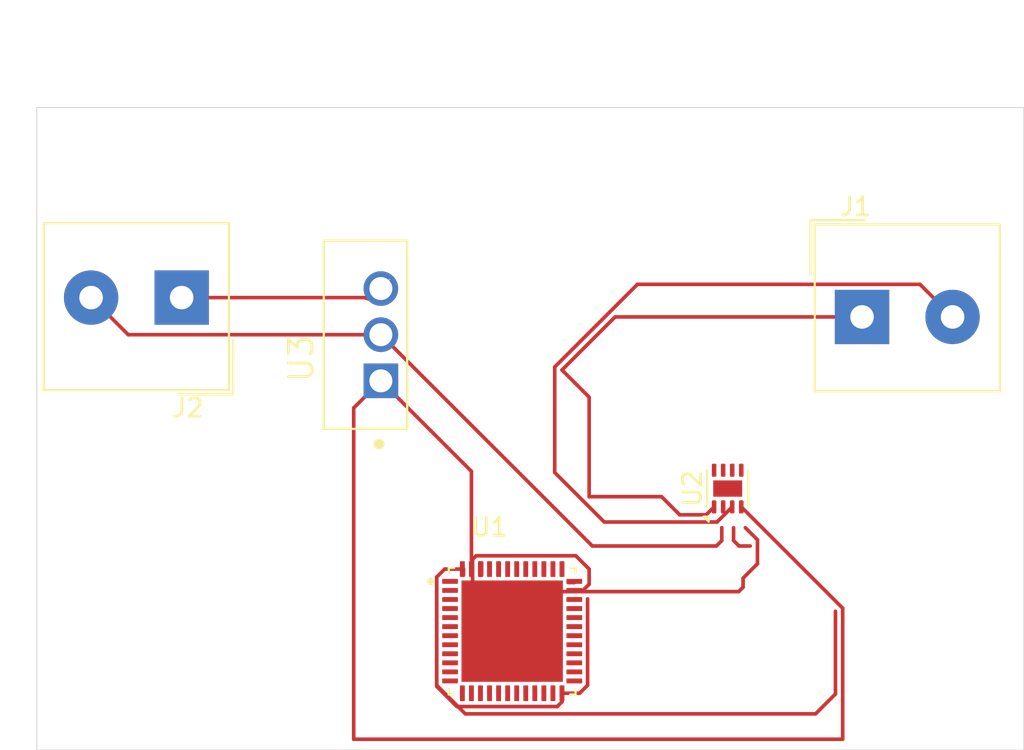
<source format=kicad_pcb>
(kicad_pcb (version 20240108) (generator "pcbnew") (generator_version "8.0")
  (layers (0 "F.Cu" signal) (31 "B.Cu" signal) (34 "B.Paste" user) (35 "F.Paste" user) (36 "B.SilkS" user "B.Silkscreen") (37 "F.SilkS" user "F.Silkscreen") (38 "B.Mask" user) (39 "F.Mask" user) (44 "Edge.Cuts" user))
  (net 0 "")
  (net 1 "GND")
  (net 2 "+5V")
  (net 3 "VOUT")
  (net 9 "Net-(U2-Vout)")
  (net 10 "Net-(U1-VDD-Pad24)")
  (net 38 "unconnected-(U1-PB9-Pad46)")
  (net 48 "Net-(U1-3V3)")
  (footprint "L7805CV-DG:TO255P1040X460X2890-3" (layer "F.Cu") (at 193.15 114.55 90)
    (property "Reference" "U3" (at -1.3184 -3.5499 90) (layer "F.SilkS") (effects (font (size 1.301291 1.301291))))
    (property "Value" "L7805CV-DG")
    (fp_line (start -5.2 -2.3) (end 5.2 -2.3) (stroke (width 0.127)) (layer "F.SilkS"))
    (fp_line (start -5.2 -2.3) (end -5.2 2.3) (stroke (width 0.127)) (layer "F.SilkS"))
    (fp_line (start 5.2 2.3) (end 5.2 -2.3) (stroke (width 0.127)) (layer "F.SilkS"))
    (fp_line (start -5.2 2.3) (end 5.2 2.3) (stroke (width 0.127)) (layer "F.SilkS"))
    (fp_circle (center -6.04 0.75) (end -5.89 0.75) (stroke (width 0.3)) (fill none) (layer "F.SilkS"))
    (pad "1" thru_hole rect (at -2.55 0.85 90) (size 1.91 1.91) (drill 1.27) (layers "*.Cu" "*.Mask") (net 48 "Net-(U1-3V3)"))
    (pad "2" thru_hole circle (at 0 0.85 90) (size 1.91 1.91) (drill 1.27) (layers "*.Cu" "*.Mask") (net 1 "GND"))
    (pad "3" thru_hole circle (at 2.55 0.85 90) (size 1.91 1.91) (drill 1.27) (layers "*.Cu" "*.Mask") (net 3 "VOUT"))
  )
  (footprint "Package_DFN_QFN:DFN-8-1EP_2x2mm_P0.5mm_EP0.9x1.6mm" (layer "F.Cu") (at 213.15 123.05 90)
    (property "Reference" "U2" (at 0 -1.95 90) (layer "F.SilkS"))
    (property "Value" "YAAJ_DCDC_StepDown_LM2596")
    (fp_line (start -1 -1.135) (end 1 -1.135) (stroke (width 0.12)) (layer "F.SilkS"))
    (fp_line (start -1 1.135) (end 1 1.135) (stroke (width 0.12)) (layer "F.SilkS"))
    (fp_poly (pts (xy -1.55 -1.05) (xy -1.83 -1.05) (xy -1.55 -1.33) (xy -1.55 -1.05)) (stroke (width 0.12)) (fill solid) (layer "F.SilkS"))
    (pad "1" smd roundrect (at -1.0125 -0.75 90) (size 0.725 0.25) (layers "F.Cu" "F.Paste" "F.Mask") (net 2 "+5V"))
    (pad "2" smd roundrect (at -1.0125 -0.25 90) (size 0.725 0.25) (layers "F.Cu" "F.Paste" "F.Mask") (net 1 "GND"))
    (pad "3" smd roundrect (at -1.0125 0.25 90) (size 0.725 0.25) (layers "F.Cu" "F.Paste" "F.Mask") (net 1 "GND"))
    (pad "4" smd roundrect (at -1.0125 0.75 90) (size 0.725 0.25) (layers "F.Cu" "F.Paste" "F.Mask") (net 48 "Net-(U1-3V3)"))
    (pad "5" smd roundrect (at 1.0125 0.75 90) (size 0.725 0.25) (layers "F.Cu" "F.Paste" "F.Mask"))
    (pad "6" smd roundrect (at 1.0125 0.25 90) (size 0.725 0.25) (layers "F.Cu" "F.Paste" "F.Mask"))
    (pad "7" smd roundrect (at 1.0125 -0.25 90) (size 0.725 0.25) (layers "F.Cu" "F.Paste" "F.Mask"))
    (pad "8" smd roundrect (at 1.0125 -0.75 90) (size 0.725 0.25) (layers "F.Cu" "F.Paste" "F.Mask"))
    (pad "9" smd rect (at 0 0 90) (size 0.9 1.6) (property pad_prop_heatsink) (layers "F.Cu" "F.Mask"))
  )
  (footprint "STM32F411CEU6:QFN50P700X700X60-49N" (layer "F.Cu") (at 201.25 130.93)
    (property "Reference" "U1" (at -1.245 -5.75 0) (layer "F.SilkS"))
    (property "Value" "STM32F411CEU6")
    (fp_line (start -3.5 -3.5) (end -3.5 -3.205) (stroke (width 0.127)) (layer "F.SilkS"))
    (fp_line (start -3.5 -3.5) (end -3.205 -3.5) (stroke (width 0.127)) (layer "F.SilkS"))
    (fp_line (start -3.5 3.5) (end -3.5 3.205) (stroke (width 0.127)) (layer "F.SilkS"))
    (fp_line (start -3.5 3.5) (end -3.205 3.5) (stroke (width 0.127)) (layer "F.SilkS"))
    (fp_line (start 3.5 -3.5) (end 3.205 -3.5) (stroke (width 0.127)) (layer "F.SilkS"))
    (fp_line (start 3.5 -3.5) (end 3.5 -3.205) (stroke (width 0.127)) (layer "F.SilkS"))
    (fp_line (start 3.5 3.5) (end 3.205 3.5) (stroke (width 0.127)) (layer "F.SilkS"))
    (fp_line (start 3.5 3.5) (end 3.5 3.205) (stroke (width 0.127)) (layer "F.SilkS"))
    (fp_circle (center -4.5 -2.75) (end -4.4 -2.75) (stroke (width 0.2)) (fill none) (layer "F.SilkS"))
    (pad "1" smd roundrect (at -3.43 -2.75) (size 0.87 0.27) (layers "F.Cu" "F.Paste" "F.Mask") (roundrect_rratio 0.125))
    (pad "2" smd roundrect (at -3.43 -2.25) (size 0.87 0.27) (layers "F.Cu" "F.Paste" "F.Mask") (roundrect_rratio 0.125))
    (pad "3" smd roundrect (at -3.43 -1.75) (size 0.87 0.27) (layers "F.Cu" "F.Paste" "F.Mask") (roundrect_rratio 0.125))
    (pad "4" smd roundrect (at -3.43 -1.25) (size 0.87 0.27) (layers "F.Cu" "F.Paste" "F.Mask") (roundrect_rratio 0.125))
    (pad "5" smd roundrect (at -3.43 -0.75) (size 0.87 0.27) (layers "F.Cu" "F.Paste" "F.Mask") (roundrect_rratio 0.125))
    (pad "6" smd roundrect (at -3.43 -0.25) (size 0.87 0.27) (layers "F.Cu" "F.Paste" "F.Mask") (roundrect_rratio 0.125))
    (pad "7" smd roundrect (at -3.43 0.25) (size 0.87 0.27) (layers "F.Cu" "F.Paste" "F.Mask") (roundrect_rratio 0.125))
    (pad "8" smd roundrect (at -3.43 0.75) (size 0.87 0.27) (layers "F.Cu" "F.Paste" "F.Mask") (roundrect_rratio 0.125))
    (pad "9" smd roundrect (at -3.43 1.25) (size 0.87 0.27) (layers "F.Cu" "F.Paste" "F.Mask") (roundrect_rratio 0.125))
    (pad "10" smd roundrect (at -3.43 1.75) (size 0.87 0.27) (layers "F.Cu" "F.Paste" "F.Mask") (roundrect_rratio 0.125))
    (pad "11" smd roundrect (at -3.43 2.25) (size 0.87 0.27) (layers "F.Cu" "F.Paste" "F.Mask") (roundrect_rratio 0.125))
    (pad "12" smd roundrect (at -3.43 2.75) (size 0.87 0.27) (layers "F.Cu" "F.Paste" "F.Mask") (roundrect_rratio 0.125))
    (pad "13" smd roundrect (at -2.75 3.43) (size 0.27 0.87) (layers "F.Cu" "F.Paste" "F.Mask") (roundrect_rratio 0.125))
    (pad "14" smd roundrect (at -2.25 3.43) (size 0.27 0.87) (layers "F.Cu" "F.Paste" "F.Mask") (roundrect_rratio 0.125))
    (pad "15" smd roundrect (at -1.75 3.43) (size 0.27 0.87) (layers "F.Cu" "F.Paste" "F.Mask") (roundrect_rratio 0.125))
    (pad "16" smd roundrect (at -1.25 3.43) (size 0.27 0.87) (layers "F.Cu" "F.Paste" "F.Mask") (roundrect_rratio 0.125))
    (pad "17" smd roundrect (at -0.75 3.43) (size 0.27 0.87) (layers "F.Cu" "F.Paste" "F.Mask") (roundrect_rratio 0.125))
    (pad "18" smd roundrect (at -0.25 3.43) (size 0.27 0.87) (layers "F.Cu" "F.Paste" "F.Mask") (roundrect_rratio 0.125))
    (pad "19" smd roundrect (at 0.25 3.43) (size 0.27 0.87) (layers "F.Cu" "F.Paste" "F.Mask") (roundrect_rratio 0.125))
    (pad "20" smd roundrect (at 0.75 3.43) (size 0.27 0.87) (layers "F.Cu" "F.Paste" "F.Mask") (roundrect_rratio 0.125))
    (pad "21" smd roundrect (at 1.25 3.43) (size 0.27 0.87) (layers "F.Cu" "F.Paste" "F.Mask") (roundrect_rratio 0.125))
    (pad "22" smd roundrect (at 1.75 3.43) (size 0.27 0.87) (layers "F.Cu" "F.Paste" "F.Mask") (roundrect_rratio 0.125))
    (pad "23" smd roundrect (at 2.25 3.43) (size 0.27 0.87) (layers "F.Cu" "F.Paste" "F.Mask") (roundrect_rratio 0.125) (net 9 "Net-(U2-Vout)"))
    (pad "24" smd roundrect (at 2.75 3.43) (size 0.27 0.87) (layers "F.Cu" "F.Paste" "F.Mask") (roundrect_rratio 0.125) (net 10 "Net-(U1-VDD-Pad24)"))
    (pad "25" smd roundrect (at 3.43 2.75) (size 0.87 0.27) (layers "F.Cu" "F.Paste" "F.Mask") (roundrect_rratio 0.125))
    (pad "26" smd roundrect (at 3.43 2.25) (size 0.87 0.27) (layers "F.Cu" "F.Paste" "F.Mask") (roundrect_rratio 0.125))
    (pad "27" smd roundrect (at 3.43 1.75) (size 0.87 0.27) (layers "F.Cu" "F.Paste" "F.Mask") (roundrect_rratio 0.125))
    (pad "28" smd roundrect (at 3.43 1.25) (size 0.87 0.27) (layers "F.Cu" "F.Paste" "F.Mask") (roundrect_rratio 0.125))
    (pad "29" smd roundrect (at 3.43 0.75) (size 0.87 0.27) (layers "F.Cu" "F.Paste" "F.Mask") (roundrect_rratio 0.125))
    (pad "30" smd roundrect (at 3.43 0.25) (size 0.87 0.27) (layers "F.Cu" "F.Paste" "F.Mask") (roundrect_rratio 0.125))
    (pad "31" smd roundrect (at 3.43 -0.25) (size 0.87 0.27) (layers "F.Cu" "F.Paste" "F.Mask") (roundrect_rratio 0.125))
    (pad "32" smd roundrect (at 3.43 -0.75) (size 0.87 0.27) (layers "F.Cu" "F.Paste" "F.Mask") (roundrect_rratio 0.125))
    (pad "33" smd roundrect (at 3.43 -1.25) (size 0.87 0.27) (layers "F.Cu" "F.Paste" "F.Mask") (roundrect_rratio 0.125))
    (pad "34" smd roundrect (at 3.43 -1.75) (size 0.87 0.27) (layers "F.Cu" "F.Paste" "F.Mask") (roundrect_rratio 0.125))
    (pad "35" smd roundrect (at 3.43 -2.25) (size 0.87 0.27) (layers "F.Cu" "F.Paste" "F.Mask") (roundrect_rratio 0.125) (net 9 "Net-(U2-Vout)"))
    (pad "36" smd roundrect (at 3.43 -2.75) (size 0.87 0.27) (layers "F.Cu" "F.Paste" "F.Mask") (roundrect_rratio 0.125) (net 10 "Net-(U1-VDD-Pad24)"))
    (pad "37" smd roundrect (at 2.75 -3.43) (size 0.27 0.87) (layers "F.Cu" "F.Paste" "F.Mask") (roundrect_rratio 0.125))
    (pad "38" smd roundrect (at 2.25 -3.43) (size 0.27 0.87) (layers "F.Cu" "F.Paste" "F.Mask") (roundrect_rratio 0.125))
    (pad "39" smd roundrect (at 1.75 -3.43) (size 0.27 0.87) (layers "F.Cu" "F.Paste" "F.Mask") (roundrect_rratio 0.125))
    (pad "40" smd roundrect (at 1.25 -3.43) (size 0.27 0.87) (layers "F.Cu" "F.Paste" "F.Mask") (roundrect_rratio 0.125))
    (pad "41" smd roundrect (at 0.75 -3.43) (size 0.27 0.87) (layers "F.Cu" "F.Paste" "F.Mask") (roundrect_rratio 0.125))
    (pad "42" smd roundrect (at 0.25 -3.43) (size 0.27 0.87) (layers "F.Cu" "F.Paste" "F.Mask") (roundrect_rratio 0.125))
    (pad "43" smd roundrect (at -0.25 -3.43) (size 0.27 0.87) (layers "F.Cu" "F.Paste" "F.Mask") (roundrect_rratio 0.125))
    (pad "44" smd roundrect (at -0.75 -3.43) (size 0.27 0.87) (layers "F.Cu" "F.Paste" "F.Mask") (roundrect_rratio 0.125))
    (pad "45" smd roundrect (at -1.25 -3.43) (size 0.27 0.87) (layers "F.Cu" "F.Paste" "F.Mask") (roundrect_rratio 0.125))
    (pad "46" smd roundrect (at -1.75 -3.43) (size 0.27 0.87) (layers "F.Cu" "F.Paste" "F.Mask") (roundrect_rratio 0.125) (net 38 "unconnected-(U1-PB9-Pad46)"))
    (pad "47" smd roundrect (at -2.25 -3.43) (size 0.27 0.87) (layers "F.Cu" "F.Paste" "F.Mask") (roundrect_rratio 0.125) (net 9 "Net-(U2-Vout)"))
    (pad "48" smd roundrect (at -2.75 -3.43) (size 0.27 0.87) (layers "F.Cu" "F.Paste" "F.Mask") (roundrect_rratio 0.125) (net 10 "Net-(U1-VDD-Pad24)"))
    (pad "49" smd rect (at 0 0) (size 5.6 5.6) (layers "F.Cu" "F.Mask") (net 9 "Net-(U2-Vout)"))
  )
  (footprint "TerminalBlock_Altech:Altech_AK100_1x02_P5.00mm" (layer "F.Cu") (at 183 112.5 180)
    (property "Reference" "J2" (at -0.35 -6.09 0) (layer "F.SilkS"))
    (property "Value" "Conn_01x02_Socket")
    (fp_line (start 7.61 -5.11) (end 7.61 4.11) (stroke (width 0.12)) (layer "F.SilkS"))
    (fp_line (start -2.61 4.11) (end 7.61 4.11) (stroke (width 0.12)) (layer "F.SilkS"))
    (fp_line (start -2.61 -5.11) (end 7.61 -5.11) (stroke (width 0.12)) (layer "F.SilkS"))
    (fp_line (start -2.61 -5.11) (end -2.61 4.11) (stroke (width 0.12)) (layer "F.SilkS"))
    (fp_line (start -2.85 -2.35) (end -2.85 -5.35) (stroke (width 0.12)) (layer "F.SilkS"))
    (fp_line (start -2.85 -5.35) (end 0.15 -5.35) (stroke (width 0.12)) (layer "F.SilkS"))
    (pad "1" thru_hole rect (at 0 0 180) (size 3 3) (drill 1.3) (layers "*.Cu" "*.Mask") (net 3 "VOUT"))
    (pad "2" thru_hole circle (at 5 0 180) (size 3 3) (drill 1.3) (layers "*.Cu" "*.Mask") (net 1 "GND"))
  )
  (footprint "TerminalBlock_Altech:Altech_AK100_1x02_P5.00mm" (layer "F.Cu") (at 220.5675 113.5675)
    (property "Reference" "J1" (at -0.35 -6.09 0) (layer "F.SilkS"))
    (property "Value" "Conn_01x02_Socket" (hide yes))
    (fp_line (start -2.85 -5.35) (end 0.15 -5.35) (stroke (width 0.12)) (layer "F.SilkS"))
    (fp_line (start -2.85 -2.35) (end -2.85 -5.35) (stroke (width 0.12)) (layer "F.SilkS"))
    (fp_line (start -2.61 -5.11) (end -2.61 4.11) (stroke (width 0.12)) (layer "F.SilkS"))
    (fp_line (start -2.61 -5.11) (end 7.61 -5.11) (stroke (width 0.12)) (layer "F.SilkS"))
    (fp_line (start -2.61 4.11) (end 7.61 4.11) (stroke (width 0.12)) (layer "F.SilkS"))
    (fp_line (start 7.61 -5.11) (end 7.61 4.11) (stroke (width 0.12)) (layer "F.SilkS"))
    (pad "1" thru_hole rect (at 0 0) (size 3 3) (drill 1.3) (layers "*.Cu" "*.Mask") (net 2 "+5V"))
    (pad "2" thru_hole circle (at 5 0) (size 3 3) (drill 1.3) (layers "*.Cu" "*.Mask") (net 1 "GND"))
  )
  (gr_rect (start 175 102) (end 229.5 137.5) (stroke (width 0.05)) (fill none) (layer "Edge.Cuts"))
  (gr_line (start 193.5 112) (end 194.5 111.5) (stroke (width 0.05)) (layer "Edge.Cuts"))
  (segment (start 213.775001 126.225) (end 213.475 125.924999) (width 0.2) (layer "F.Cu") (net 1))
  (segment (start 213.475 125.924999) (end 213.475 125.2125) (width 0.2) (layer "F.Cu") (net 1))
  (segment (start 205.675 126.225) (end 212.524999 126.225) (width 0.2) (layer "F.Cu") (net 1))
  (segment (start 223.7675 111.7675) (end 208.166814 111.7675) (width 0.2) (layer "F.Cu") (net 1))
  (segment (start 180.05 114.55) (end 194 114.55) (width 0.2) (layer "F.Cu") (net 1))
  (segment (start 203.6 122.165685) (end 206.334315 124.9) (width 0.2) (layer "F.Cu") (net 1))
  (segment (start 178 112.5) (end 180.05 114.55) (width 0.2) (layer "F.Cu") (net 1))
  (segment (start 208.166814 111.7675) (end 203.6 116.334314) (width 0.2) (layer "F.Cu") (net 1))
  (segment (start 206.334315 124.9) (end 212.5625 124.9) (width 0.2) (layer "F.Cu") (net 1))
  (segment (start 194 114.55) (end 205.675 126.225) (width 0.2) (layer "F.Cu") (net 1))
  (segment (start 212.825 125.924999) (end 212.825 125.2125) (width 0.2) (layer "F.Cu") (net 1))
  (segment (start 203.6 116.334314) (end 203.6 122.165685) (width 0.2) (layer "F.Cu") (net 1))
  (segment (start 212.524999 126.225) (end 212.825 125.924999) (width 0.2) (layer "F.Cu") (net 1))
  (segment (start 225.5675 113.5675) (end 223.7675 111.7675) (width 0.2) (layer "F.Cu") (net 1))
  (segment (start 214.393456 126.225) (end 213.775001 126.225) (width 0.2) (layer "F.Cu") (net 1))
  (segment (start 212.5625 124.9) (end 213.4 124.0625) (width 0.2) (layer "F.Cu") (net 1))
  (segment (start 205.5 123.5) (end 209.5 123.5) (width 0.2) (layer "F.Cu") (net 2))
  (segment (start 206.9325 113.5675) (end 204 116.5) (width 0.2) (layer "F.Cu") (net 2))
  (segment (start 210.5 124.5) (end 211.9625 124.5) (width 0.2) (layer "F.Cu") (net 2))
  (segment (start 211.9625 124.5) (end 212.4 124.0625) (width 0.2) (layer "F.Cu") (net 2))
  (segment (start 220.5675 113.5675) (end 206.9325 113.5675) (width 0.2) (layer "F.Cu") (net 2))
  (segment (start 204 116.5) (end 205.5 118) (width 0.2) (layer "F.Cu") (net 2))
  (segment (start 205.5 118) (end 205.5 123.5) (width 0.2) (layer "F.Cu") (net 2))
  (segment (start 209.5 123.5) (end 210.5 124.5) (width 0.2) (layer "F.Cu") (net 2))
  (segment (start 193.546038 112.647801) (end 194.168328 112.336656) (width 0.2) (layer "F.Cu") (net 3))
  (segment (start 193.102635 112.5) (end 193.546038 112.647801) (width 0.2) (layer "F.Cu") (net 3))
  (segment (start 183 112.5) (end 193.102635 112.5) (width 0.2) (layer "F.Cu") (net 3))
  (segment (start 199 122.1) (end 199 127.5) (width 0.2) (layer "F.Cu") (net 9))
  (segment (start 199.259572 126.765) (end 199.065 126.959572) (width 0.2) (layer "F.Cu") (net 9))
  (segment (start 201.25 130.93) (end 203.435 128.745) (width 0.2) (layer "F.Cu") (net 9))
  (segment (start 213.755 128.745) (end 214 128.5) (width 0.2) (layer "F.Cu") (net 9))
  (segment (start 214.793456 125.880956) (end 214.125 125.2125) (width 0.2) (layer "F.Cu") (net 9))
  (segment (start 214 128) (end 214.793456 127.206544) (width 0.2) (layer "F.Cu") (net 9))
  (segment (start 205.5 128.335428) (end 205.5 127.5) (width 0.2) (layer "F.Cu") (net 9))
  (segment (start 205.155428 128.68) (end 205.5 128.335428) (width 0.2) (layer "F.Cu") (net 9))
  (segment (start 204.68 128.68) (end 205.155428 128.68) (width 0.2) (layer "F.Cu") (net 9))
  (segment (start 199.065 128.745) (end 201.25 130.93) (width 0.2) (layer "F.Cu") (net 9))
  (segment (start 214 128.5) (end 214 128) (width 0.2) (layer "F.Cu") (net 9))
  (segment (start 214.793456 127.206544) (end 214.793456 125.880956) (width 0.2) (layer "F.Cu") (net 9))
  (segment (start 194 117.1) (end 199 122.1) (width 0.2) (layer "F.Cu") (net 9))
  (segment (start 205.5 127.5) (end 204.765 126.765) (width 0.2) (layer "F.Cu") (net 9))
  (segment (start 203.435 128.745) (end 213.755 128.745) (width 0.2) (layer "F.Cu") (net 9))
  (segment (start 204.765 126.765) (end 199.259572 126.765) (width 0.2) (layer "F.Cu") (net 9))
  (segment (start 199.065 126.959572) (end 199.065 128.745) (width 0.2) (layer "F.Cu") (net 9))
  (segment (start 197.085 133.985) (end 198.195 135.095) (width 0.2) (layer "F.Cu") (net 10))
  (segment (start 204 134.36) (end 204 134.03) (width 0.2) (layer "F.Cu") (net 10))
  (segment (start 197.524572 127.5) (end 197.085 127.939572) (width 0.2) (layer "F.Cu") (net 10))
  (segment (start 204.68 128.18) (end 204.68 128.245) (width 0.2) (layer "F.Cu") (net 10))
  (segment (start 204.68 128.245) (end 204.35 128.245) (width 0.2) (layer "F.Cu") (net 10))
  (segment (start 198.565 127.5) (end 198.565 127.83) (width 0.2) (layer "F.Cu") (net 10))
  (segment (start 203.740428 135.095) (end 204 134.835428) (width 0.2) (layer "F.Cu") (net 10))
  (segment (start 198.664572 135.5) (end 218 135.5) (width 0.2) (layer "F.Cu") (net 10))
  (segment (start 197.085 127.939572) (end 197.085 133.920428) (width 0.2) (layer "F.Cu") (net 10))
  (segment (start 198.195 135.095) (end 203.740428 135.095) (width 0.2) (layer "F.Cu") (net 10))
  (segment (start 197.085 133.920428) (end 198.664572 135.5) (width 0.2) (layer "F.Cu") (net 10))
  (segment (start 204 134.835428) (end 204 134.36) (width 0.2) (layer "F.Cu") (net 10))
  (segment (start 204.975428 134.36) (end 205.415 133.920428) (width 0.2) (layer "F.Cu") (net 10))
  (segment (start 198.5 127.5) (end 197.524572 127.5) (width 0.2) (layer "F.Cu") (net 10))
  (segment (start 219.1 134.4) (end 219.1 129.828186) (width 0.2) (layer "F.Cu") (net 10))
  (segment (start 218 135.5) (end 219.1 134.4) (width 0.2) (layer "F.Cu") (net 10))
  (segment (start 197.085 127.939572) (end 197.085 133.985) (width 0.2) (layer "F.Cu") (net 10))
  (segment (start 205.415 133.920428) (end 205.415 129.145) (width 0.2) (layer "F.Cu") (net 10))
  (segment (start 204 134.36) (end 204.975428 134.36) (width 0.2) (layer "F.Cu") (net 10))
  (segment (start 198.5 127.5) (end 198.565 127.5) (width 0.2) (layer "F.Cu") (net 10))
  (segment (start 199.5 127.83) (end 199.5 127.23) (width 0.2) (layer "F.Cu") (net 38))
  (segment (start 199.465 127.165) (end 199.465 127.83) (width 0.2) (layer "F.Cu") (net 38))
  (segment (start 199.5 127.23) (end 199.565 127.165) (width 0.2) (layer "F.Cu") (net 38))
  (segment (start 199.565 127.165) (end 199.465 127.165) (width 0.2) (layer "F.Cu") (net 38))
  (segment (start 199.5 127.5) (end 199.5 127.83) (width 0.2) (layer "F.Cu") (net 38))
  (segment (start 199.565 127.165) (end 199.565 127.83) (width 0.2) (layer "F.Cu") (net 38))
  (segment (start 192.5 136.9) (end 192.5 118.6) (width 0.2) (layer "F.Cu") (net 48))
  (segment (start 219.5 136.9) (end 192.5 136.9) (width 0.2) (layer "F.Cu") (net 48))
  (segment (start 192.5 118.6) (end 193.717157 117.382843) (width 0.2) (layer "F.Cu") (net 48))
  (segment (start 219.5 129.6625) (end 219.5 136.9) (width 0.2) (layer "F.Cu") (net 48))
  (segment (start 213.9 124.0625) (end 219.5 129.6625) (width 0.2) (layer "F.Cu") (net 48))
)
</source>
